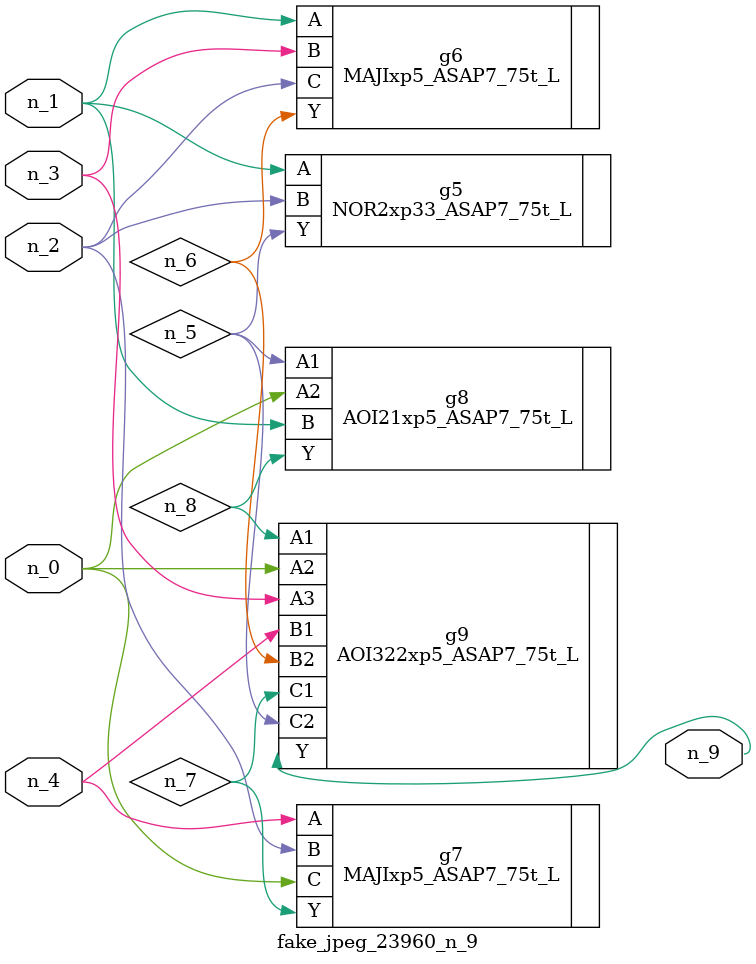
<source format=v>
module fake_jpeg_23960_n_9 (n_3, n_2, n_1, n_0, n_4, n_9);

input n_3;
input n_2;
input n_1;
input n_0;
input n_4;

output n_9;

wire n_8;
wire n_6;
wire n_5;
wire n_7;

NOR2xp33_ASAP7_75t_L g5 ( 
.A(n_1),
.B(n_2),
.Y(n_5)
);

MAJIxp5_ASAP7_75t_L g6 ( 
.A(n_1),
.B(n_3),
.C(n_2),
.Y(n_6)
);

MAJIxp5_ASAP7_75t_L g7 ( 
.A(n_4),
.B(n_2),
.C(n_0),
.Y(n_7)
);

AOI21xp5_ASAP7_75t_L g8 ( 
.A1(n_5),
.A2(n_0),
.B(n_1),
.Y(n_8)
);

AOI322xp5_ASAP7_75t_L g9 ( 
.A1(n_8),
.A2(n_0),
.A3(n_3),
.B1(n_4),
.B2(n_6),
.C1(n_7),
.C2(n_5),
.Y(n_9)
);


endmodule
</source>
